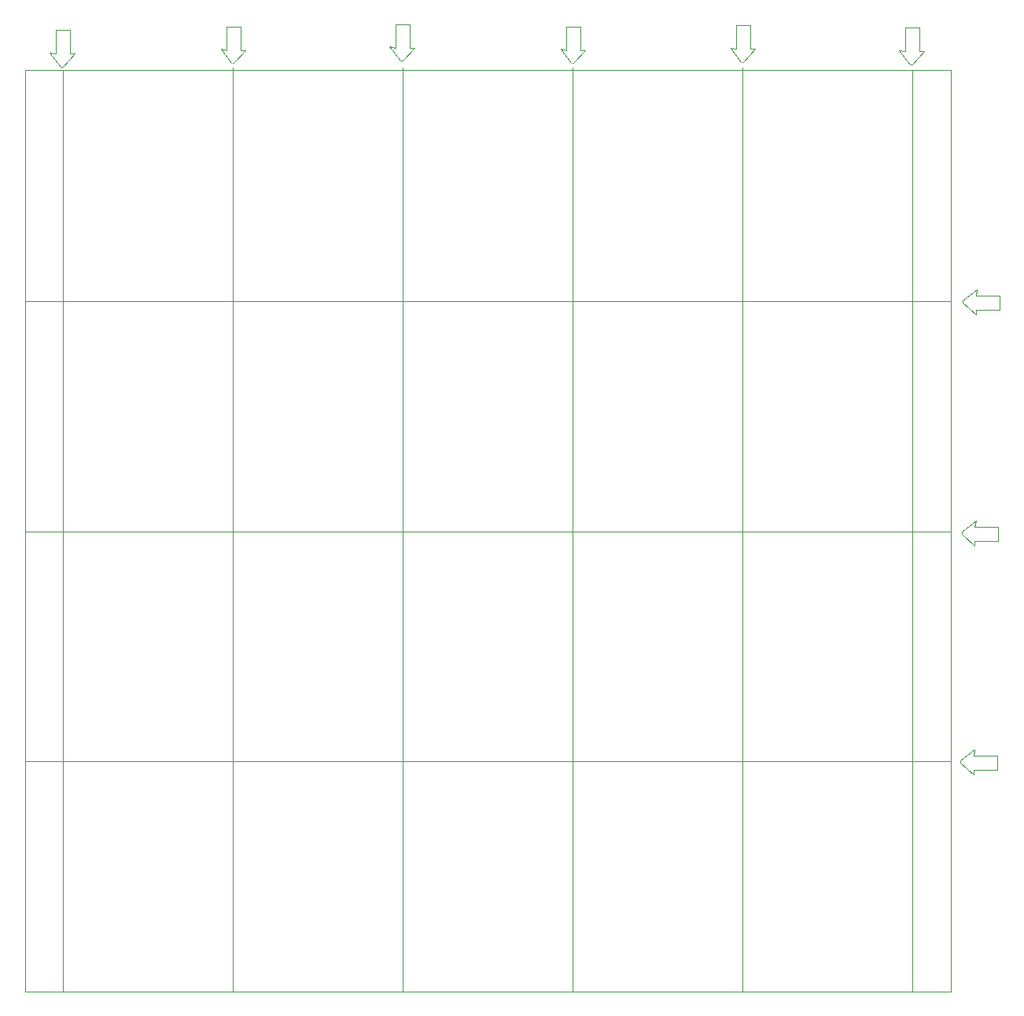
<source format=gm1>
G04 #@! TF.GenerationSoftware,KiCad,Pcbnew,5.1.5+dfsg1-2build2*
G04 #@! TF.CreationDate,2020-09-11T16:17:58-03:00*
G04 #@! TF.ProjectId,panel2,70616e65-6c32-42e6-9b69-6361645f7063,rev?*
G04 #@! TF.SameCoordinates,Original*
G04 #@! TF.FileFunction,Profile,NP*
%FSLAX46Y46*%
G04 Gerber Fmt 4.6, Leading zero omitted, Abs format (unit mm)*
G04 Created by KiCad (PCBNEW 5.1.5+dfsg1-2build2) date 2020-09-11 16:17:58*
%MOMM*%
%LPD*%
G04 APERTURE LIST*
%ADD10C,0.050000*%
%ADD11C,0.100000*%
G04 APERTURE END LIST*
D10*
X67437000Y-150114000D02*
X71501000Y-150114000D01*
X67437000Y-50927000D02*
X67437000Y-150114000D01*
X72771000Y-49149000D02*
X71501000Y-50546000D01*
X71501000Y-50546000D02*
X71374000Y-50546000D01*
X70104000Y-49022000D02*
X70739000Y-49149000D01*
X70739000Y-46609000D02*
X72263000Y-46609000D01*
X72263000Y-46609000D02*
X72263000Y-49149000D01*
X71247000Y-50546000D02*
X70104000Y-49022000D01*
X72263000Y-49149000D02*
X72771000Y-49149000D01*
X70739000Y-49149000D02*
X70739000Y-46609000D01*
X167132000Y-50927000D02*
X167132000Y-150114000D01*
X163703000Y-46355000D02*
X163703000Y-48895000D01*
X161544000Y-48768000D02*
X162179000Y-48895000D01*
X162687000Y-50292000D02*
X161544000Y-48768000D01*
X162179000Y-46355000D02*
X163703000Y-46355000D01*
X162179000Y-48895000D02*
X162179000Y-46355000D01*
X162941000Y-50292000D02*
X162814000Y-50292000D01*
X163703000Y-48895000D02*
X164211000Y-48895000D01*
X164211000Y-48895000D02*
X162941000Y-50292000D01*
D11*
X162941000Y-50927000D02*
X167132000Y-50927000D01*
X167132000Y-150114000D02*
X162941000Y-150114000D01*
D10*
X89662000Y-50165000D02*
X88519000Y-48641000D01*
X91186000Y-48768000D02*
X89916000Y-50165000D01*
X89154000Y-46228000D02*
X90678000Y-46228000D01*
X89916000Y-50165000D02*
X89789000Y-50165000D01*
X88519000Y-48641000D02*
X89154000Y-48768000D01*
X90678000Y-48768000D02*
X91186000Y-48768000D01*
X90678000Y-46228000D02*
X90678000Y-48768000D01*
X89154000Y-48768000D02*
X89154000Y-46228000D01*
X106680000Y-48387000D02*
X107315000Y-48514000D01*
X109347000Y-48514000D02*
X108077000Y-49911000D01*
X108839000Y-45974000D02*
X108839000Y-48514000D01*
X108839000Y-48514000D02*
X109347000Y-48514000D01*
X107315000Y-48514000D02*
X107315000Y-45974000D01*
X107315000Y-45974000D02*
X108839000Y-45974000D01*
X107823000Y-49911000D02*
X106680000Y-48387000D01*
X108077000Y-49911000D02*
X107950000Y-49911000D01*
X127762000Y-48768000D02*
X126492000Y-50165000D01*
X126238000Y-50165000D02*
X125095000Y-48641000D01*
X127254000Y-46228000D02*
X127254000Y-48768000D01*
X126492000Y-50165000D02*
X126365000Y-50165000D01*
X125095000Y-48641000D02*
X125730000Y-48768000D01*
X127254000Y-48768000D02*
X127762000Y-48768000D01*
X125730000Y-46228000D02*
X127254000Y-46228000D01*
X125730000Y-48768000D02*
X125730000Y-46228000D01*
X144526000Y-50038000D02*
X143383000Y-48514000D01*
X144018000Y-46101000D02*
X145542000Y-46101000D01*
X144780000Y-50038000D02*
X144653000Y-50038000D01*
X146050000Y-48641000D02*
X144780000Y-50038000D01*
X144018000Y-48641000D02*
X144018000Y-46101000D01*
X145542000Y-48641000D02*
X146050000Y-48641000D01*
X143383000Y-48514000D02*
X144018000Y-48641000D01*
X145542000Y-46101000D02*
X145542000Y-48641000D01*
X168148000Y-125222000D02*
X169672000Y-124079000D01*
X172085000Y-126238000D02*
X169545000Y-126238000D01*
X169545000Y-124714000D02*
X172085000Y-124714000D01*
X169545000Y-126746000D02*
X168148000Y-125476000D01*
X169672000Y-124079000D02*
X169545000Y-124714000D01*
X172085000Y-124714000D02*
X172085000Y-126238000D01*
X168148000Y-125476000D02*
X168148000Y-125349000D01*
X169545000Y-126238000D02*
X169545000Y-126746000D01*
X169672000Y-100076000D02*
X172212000Y-100076000D01*
X169799000Y-99441000D02*
X169672000Y-100076000D01*
X172212000Y-101600000D02*
X169672000Y-101600000D01*
X168275000Y-100584000D02*
X169799000Y-99441000D01*
X172212000Y-100076000D02*
X172212000Y-101600000D01*
X168275000Y-100838000D02*
X168275000Y-100711000D01*
X169672000Y-101600000D02*
X169672000Y-102108000D01*
X169672000Y-102108000D02*
X168275000Y-100838000D01*
X168402000Y-75946000D02*
X168402000Y-75819000D01*
X169799000Y-77216000D02*
X168402000Y-75946000D01*
X169799000Y-76708000D02*
X169799000Y-77216000D01*
X172339000Y-76708000D02*
X169799000Y-76708000D01*
X172339000Y-75184000D02*
X172339000Y-76708000D01*
X169799000Y-75184000D02*
X172339000Y-75184000D01*
X169926000Y-74549000D02*
X169799000Y-75184000D01*
X168402000Y-75692000D02*
X169926000Y-74549000D01*
X167132000Y-125349000D02*
X67437000Y-125349000D01*
X67437000Y-100584000D02*
X167132000Y-100584000D01*
X167132000Y-75819000D02*
X67437000Y-75819000D01*
X89789000Y-150114000D02*
X89789000Y-50673000D01*
X108077000Y-50673000D02*
X108077000Y-150114000D01*
X126365000Y-150114000D02*
X126365000Y-50673000D01*
X144653000Y-50673000D02*
X144653000Y-150114000D01*
D11*
X162941000Y-50927000D02*
X162941000Y-150114000D01*
X67437000Y-50927000D02*
X162941000Y-50927000D01*
X71501000Y-150114000D02*
X71501000Y-50927000D01*
X162941000Y-150114000D02*
X71501000Y-150114000D01*
M02*

</source>
